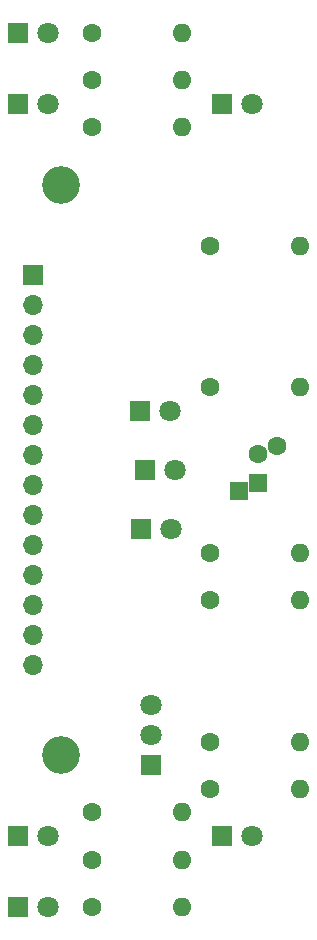
<source format=gts>
G04 #@! TF.GenerationSoftware,KiCad,Pcbnew,8.0.6*
G04 #@! TF.CreationDate,2024-10-20T17:10:00+01:00*
G04 #@! TF.ProjectId,line-sensor-mini-kes,6c696e65-2d73-4656-9e73-6f722d6d696e,rev?*
G04 #@! TF.SameCoordinates,Original*
G04 #@! TF.FileFunction,Soldermask,Top*
G04 #@! TF.FilePolarity,Negative*
%FSLAX46Y46*%
G04 Gerber Fmt 4.6, Leading zero omitted, Abs format (unit mm)*
G04 Created by KiCad (PCBNEW 8.0.6) date 2024-10-20 17:10:00*
%MOMM*%
%LPD*%
G01*
G04 APERTURE LIST*
%ADD10R,1.800000X1.800000*%
%ADD11C,1.800000*%
%ADD12C,1.600000*%
%ADD13O,1.600000X1.600000*%
%ADD14C,3.200000*%
%ADD15R,1.600000X1.600000*%
%ADD16R,1.700000X1.700000*%
%ADD17O,1.700000X1.700000*%
G04 APERTURE END LIST*
D10*
X152000000Y-130000000D03*
D11*
X152000000Y-127460000D03*
X152000000Y-124920000D03*
D12*
X157000000Y-112000000D03*
D13*
X164620000Y-112000000D03*
D12*
X157000000Y-116000000D03*
D13*
X164620000Y-116000000D03*
D12*
X157000000Y-98000000D03*
D13*
X164620000Y-98000000D03*
D12*
X147000000Y-142000000D03*
D13*
X154620000Y-142000000D03*
D14*
X144370000Y-129130000D03*
D10*
X158000000Y-136000000D03*
D11*
X160540000Y-136000000D03*
D12*
X147000000Y-72000000D03*
D13*
X154620000Y-72000000D03*
D12*
X157000000Y-128000000D03*
D13*
X164620000Y-128000000D03*
D12*
X147000000Y-134000000D03*
D13*
X154620000Y-134000000D03*
D10*
X158000000Y-74000000D03*
D11*
X160540000Y-74000000D03*
D12*
X147000000Y-68000000D03*
D13*
X154620000Y-68000000D03*
D12*
X147000000Y-138000000D03*
D13*
X154620000Y-138000000D03*
D14*
X144370000Y-80870000D03*
D15*
X159400000Y-106788614D03*
X161000000Y-106117677D03*
D12*
X161000000Y-103617677D03*
X162600000Y-102946740D03*
X157000000Y-132000000D03*
D13*
X164620000Y-132000000D03*
D12*
X147000000Y-76000000D03*
D13*
X154620000Y-76000000D03*
D12*
X157000000Y-86000000D03*
D13*
X164620000Y-86000000D03*
D10*
X140750000Y-74000000D03*
D11*
X143290000Y-74000000D03*
D10*
X151030000Y-100000000D03*
D11*
X153570000Y-100000000D03*
D10*
X151425000Y-105000000D03*
D11*
X153965000Y-105000000D03*
D10*
X140730000Y-142000000D03*
D11*
X143270000Y-142000000D03*
D10*
X140750000Y-136000000D03*
D11*
X143290000Y-136000000D03*
D16*
X142000000Y-88490000D03*
D17*
X142000000Y-91030000D03*
X142000000Y-93570000D03*
X142000000Y-96110000D03*
X142000000Y-98650000D03*
X142000000Y-101190000D03*
X142000000Y-103730000D03*
X142000000Y-106270000D03*
X142000000Y-108810000D03*
X142000000Y-111350000D03*
X142000000Y-113890000D03*
X142000000Y-116430000D03*
X142000000Y-118970000D03*
X142000000Y-121510000D03*
D10*
X140730000Y-68000000D03*
D11*
X143270000Y-68000000D03*
D10*
X151130000Y-110000000D03*
D11*
X153670000Y-110000000D03*
M02*

</source>
